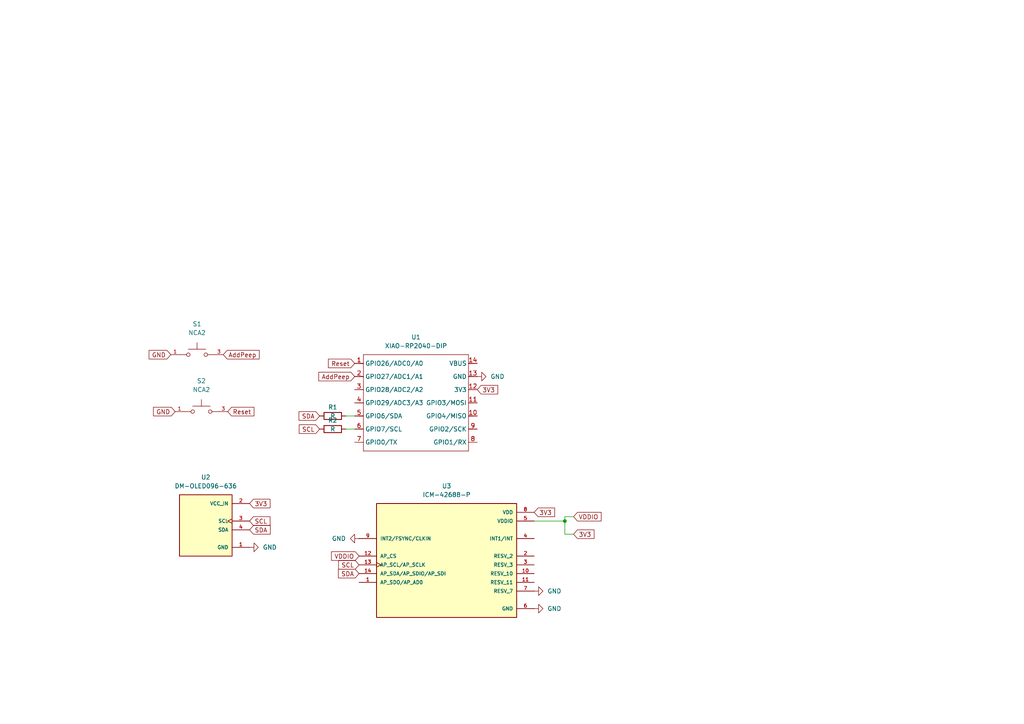
<source format=kicad_sch>
(kicad_sch (version 20250114) (generator "eeschema") (generator_version "9.0")
  (paper "A4")
  (lib_symbols
    (symbol "DM-OLED096-636:DM-OLED096-636" (pin_names (offset 1.016))
      (property "Reference" "U" (at -7.62 10.922 0))
      (property "Value" "DM-OLED096-636" (at -7.62 -10.16 0))
      (symbol "DM-OLED096-636_0_0"
        (rectangle (start -7.62 -7.62) (end 7.62 10.16) (stroke (width 0.254)) (fill (type background)))
        (pin power_in line (at 12.7 7.62 180) (length 5.08) (name "VCC_IN") (number "2"))
        (pin input clock (at 12.7 2.54 180) (length 5.08) (name "SCL") (number "3"))
        (pin bidirectional line (at 12.7 0 180) (length 5.08) (name "SDA") (number "4"))
        (pin power_in line (at 12.7 -5.08 180) (length 5.08) (name "GND") (number "1"))
      )
    )
    (symbol "Device:R" (pin_numbers (hide yes)) (pin_names (offset 0))
      (property "Reference" "R" (at 2.032 0 90))
      (property "Value" "R" (at 0 0 90))
      (symbol "R_0_1"
        (rectangle (start -1.016 -2.54) (end 1.016 2.54) (stroke (width 0.254)))
      )
      (symbol "R_1_1"
        (pin passive line (at 0 3.81 270) (length 1.27) (name "~") (number "1"))
        (pin passive line (at 0 -3.81 90) (length 1.27) (name "~") (number "2"))
      )
    )
    (symbol "ICM-42688-P:ICM-42688-P" (pin_names (offset 1.016))
      (property "Reference" "U" (at -20.32 16.002 0))
      (property "Value" "ICM-42688-P" (at -20.32 -20.32 0))
      (symbol "ICM-42688-P_0_0"
        (rectangle (start -20.32 -17.78) (end 20.32 15.24) (stroke (width 0.254)) (fill (type background)))
        (pin bidirectional line (at -25.4 5.08 0) (length 5.08) (name "INT2/FSYNC/CLKIN") (number "9"))
        (pin input line (at -25.4 0 0) (length 5.08) (name "AP_CS") (number "12"))
        (pin input clock (at -25.4 -2.54 0) (length 5.08) (name "AP_SCL/AP_SCLK") (number "13"))
        (pin bidirectional line (at -25.4 -5.08 0) (length 5.08) (name "AP_SDA/AP_SDIO/AP_SDI") (number "14"))
        (pin bidirectional line (at -25.4 -7.62 0) (length 5.08) (name "AP_SDO/AP_AD0") (number "1"))
        (pin power_in line (at 25.4 12.7 180) (length 5.08) (name "VDD") (number "8"))
        (pin power_in line (at 25.4 10.16 180) (length 5.08) (name "VDDIO") (number "5"))
        (pin output line (at 25.4 5.08 180) (length 5.08) (name "INT1/INT") (number "4"))
        (pin passive line (at 25.4 0 180) (length 5.08) (name "RESV_2") (number "2"))
        (pin passive line (at 25.4 -2.54 180) (length 5.08) (name "RESV_3") (number "3"))
        (pin passive line (at 25.4 -5.08 180) (length 5.08) (name "RESV_10") (number "10"))
        (pin passive line (at 25.4 -7.62 180) (length 5.08) (name "RESV_11") (number "11"))
        (pin passive line (at 25.4 -10.16 180) (length 5.08) (name "RESV_7") (number "7"))
        (pin power_in line (at 25.4 -15.24 180) (length 5.08) (name "GND") (number "6"))
      )
    )
    (symbol "NCA2:NCA2" (pin_names (offset 1.016))
      (property "Reference" "S" (at -5.08 3.81 0))
      (property "Value" "NCA2" (at -5.08 -3.81 0))
      (symbol "NCA2_0_0"
        (polyline (pts (xy -5.08 0) (xy -3.048 0)) (stroke (width 0.1524)))
        (polyline (pts (xy -2.54 1.5875) (xy 0 1.5875)) (stroke (width 0.1524)))
        (circle (center -2.54 0) (radius 0.508) (stroke (width 0.1524)))
        (polyline (pts (xy 0 1.5875) (xy 0 3.4925)) (stroke (width 0.1524)))
        (polyline (pts (xy 0 1.5875) (xy 2.54 1.5875)) (stroke (width 0.1524)))
        (circle (center 2.54 0) (radius 0.508) (stroke (width 0.1524)))
        (polyline (pts (xy 5.08 0) (xy 3.048 0)) (stroke (width 0.1524)))
        (pin passive line (at -7.62 0 0) (length 2.54) (name "~") (number "1"))
        (pin passive line (at 7.62 0 180) (length 2.54) (name "~") (number "3"))
      )
    )
    (symbol "Seeed_Studio_XIAO_Series:XIAO-RP2040-DIP"
      (property "Reference" "U" (at 0 0 0))
      (property "Value" "XIAO-RP2040-DIP" (at 5.334 -1.778 0))
      (symbol "XIAO-RP2040-DIP_1_0"
        (polyline (pts (xy -1.27 -2.54) (xy 29.21 -2.54)) (stroke (width 0.1524)))
        (polyline (pts (xy -1.27 -5.08) (xy -2.54 -5.08)) (stroke (width 0.1524)))
        (polyline (pts (xy -1.27 -5.08) (xy -1.27 -2.54)) (stroke (width 0.1524)))
        (polyline (pts (xy -1.27 -8.89) (xy -2.54 -8.89)) (stroke (width 0.1524)))
        (polyline (pts (xy -1.27 -8.89) (xy -1.27 -5.08)) (stroke (width 0.1524)))
        (polyline (pts (xy -1.27 -12.7) (xy -2.54 -12.7)) (stroke (width 0.1524)))
        (polyline (pts (xy -1.27 -12.7) (xy -1.27 -8.89)) (stroke (width 0.1524)))
        (polyline (pts (xy -1.27 -16.51) (xy -2.54 -16.51)) (stroke (width 0.1524)))
        (polyline (pts (xy -1.27 -16.51) (xy -1.27 -12.7)) (stroke (width 0.1524)))
        (polyline (pts (xy -1.27 -20.32) (xy -2.54 -20.32)) (stroke (width 0.1524)))
        (polyline (pts (xy -1.27 -24.13) (xy -2.54 -24.13)) (stroke (width 0.1524)))
        (polyline (pts (xy -1.27 -27.94) (xy -2.54 -27.94)) (stroke (width 0.1524)))
        (polyline (pts (xy -1.27 -30.48) (xy -1.27 -16.51)) (stroke (width 0.1524)))
        (polyline (pts (xy 29.21 -2.54) (xy 29.21 -5.08)) (stroke (width 0.1524)))
        (polyline (pts (xy 29.21 -5.08) (xy 29.21 -8.89)) (stroke (width 0.1524)))
        (polyline (pts (xy 29.21 -8.89) (xy 29.21 -12.7)) (stroke (width 0.1524)))
        (polyline (pts (xy 29.21 -12.7) (xy 29.21 -30.48)) (stroke (width 0.1524)))
        (polyline (pts (xy 29.21 -30.48) (xy -1.27 -30.48)) (stroke (width 0.1524)))
        (polyline (pts (xy 30.48 -5.08) (xy 29.21 -5.08)) (stroke (width 0.1524)))
        (polyline (pts (xy 30.48 -8.89) (xy 29.21 -8.89)) (stroke (width 0.1524)))
        (polyline (pts (xy 30.48 -12.7) (xy 29.21 -12.7)) (stroke (width 0.1524)))
        (polyline (pts (xy 30.48 -16.51) (xy 29.21 -16.51)) (stroke (width 0.1524)))
        (polyline (pts (xy 30.48 -20.32) (xy 29.21 -20.32)) (stroke (width 0.1524)))
        (polyline (pts (xy 30.48 -24.13) (xy 29.21 -24.13)) (stroke (width 0.1524)))
        (polyline (pts (xy 30.48 -27.94) (xy 29.21 -27.94)) (stroke (width 0.1524)))
        (pin passive line (at -3.81 -5.08 0) (length 2.54) (name "GPIO26/ADC0/A0") (number "1"))
        (pin passive line (at -3.81 -8.89 0) (length 2.54) (name "GPIO27/ADC1/A1") (number "2"))
        (pin passive line (at -3.81 -12.7 0) (length 2.54) (name "GPIO28/ADC2/A2") (number "3"))
        (pin passive line (at -3.81 -16.51 0) (length 2.54) (name "GPIO29/ADC3/A3") (number "4"))
        (pin passive line (at -3.81 -20.32 0) (length 2.54) (name "GPIO6/SDA") (number "5"))
        (pin passive line (at -3.81 -24.13 0) (length 2.54) (name "GPIO7/SCL") (number "6"))
        (pin passive line (at -3.81 -27.94 0) (length 2.54) (name "GPIO0/TX") (number "7"))
        (pin passive line (at 31.75 -5.08 180) (length 2.54) (name "VBUS") (number "14"))
        (pin passive line (at 31.75 -8.89 180) (length 2.54) (name "GND") (number "13"))
        (pin passive line (at 31.75 -12.7 180) (length 2.54) (name "3V3") (number "12"))
        (pin passive line (at 31.75 -16.51 180) (length 2.54) (name "GPIO3/MOSI") (number "11"))
        (pin passive line (at 31.75 -20.32 180) (length 2.54) (name "GPIO4/MISO") (number "10"))
        (pin passive line (at 31.75 -24.13 180) (length 2.54) (name "GPIO2/SCK") (number "9"))
        (pin passive line (at 31.75 -27.94 180) (length 2.54) (name "GPIO1/RX") (number "8"))
      )
    )
    (symbol "power:GND" (power) (pin_numbers (hide yes)) (pin_names (offset 0) (hide yes))
      (property "Value" "GND" (at 0 -3.81 0))
      (symbol "GND_0_1"
        (polyline (pts (xy 0 0) (xy 0 -1.27) (xy 1.27 -1.27) (xy 0 -2.54) (xy -1.27 -1.27) (xy 0 -1.27)))
      )
      (symbol "GND_1_1"
        (pin power_in line (at 0 0 270) (length 0) (name "~") (number "1"))
      )
    )
  )
  (junction (at 163.83 151.13))
  (wire (pts (xy 166.37 149.86) (xy 163.83 149.86)))
  (wire (pts (xy 166.37 154.94) (xy 163.83 154.94)))
  (wire (pts (xy 163.83 149.86) (xy 163.83 151.13)))
  (wire (pts (xy 163.83 151.13) (xy 154.94 151.13)))
  (wire (pts (xy 100.33 124.46) (xy 102.87 124.46)))
  (wire (pts (xy 100.33 120.65) (xy 102.87 120.65)))
  (wire (pts (xy 163.83 154.94) (xy 163.83 151.13)))
  (global_label "GND" (shape input) (at 50.8 119.38 180) (property "Intersheetrefs" "${INTERSHEET_REFS}" (effects (hide yes))))
  (global_label "Reset" (shape input) (at 66.04 119.38 0) (property "Intersheetrefs" "${INTERSHEET_REFS}" (effects (hide yes))))
  (global_label "3V3" (shape input) (at 138.43 113.03 0) (property "Intersheetrefs" "${INTERSHEET_REFS}" (effects (hide yes))))
  (global_label "3V3" (shape input) (at 166.37 154.94 0) (property "Intersheetrefs" "${INTERSHEET_REFS}" (effects (hide yes))))
  (global_label "3V3" (shape input) (at 154.94 148.59 0) (property "Intersheetrefs" "${INTERSHEET_REFS}" (effects (hide yes))))
  (global_label "SDA" (shape input) (at 92.71 120.65 180) (property "Intersheetrefs" "${INTERSHEET_REFS}" (effects (hide yes))))
  (global_label "Reset" (shape input) (at 102.87 105.41 180) (property "Intersheetrefs" "${INTERSHEET_REFS}" (effects (hide yes))))
  (global_label "SCL" (shape input) (at 104.14 163.83 180) (property "Intersheetrefs" "${INTERSHEET_REFS}" (effects (hide yes))))
  (global_label "AddPeep" (shape input) (at 102.87 109.22 180) (property "Intersheetrefs" "${INTERSHEET_REFS}" (effects (hide yes))))
  (global_label "SDA" (shape input) (at 72.39 153.67 0) (property "Intersheetrefs" "${INTERSHEET_REFS}" (effects (hide yes))))
  (global_label "SCL" (shape input) (at 92.71 124.46 180) (property "Intersheetrefs" "${INTERSHEET_REFS}" (effects (hide yes))))
  (global_label "VDDIO" (shape input) (at 166.37 149.86 0) (property "Intersheetrefs" "${INTERSHEET_REFS}" (effects (hide yes))))
  (global_label "VDDIO" (shape input) (at 104.14 161.29 180) (property "Intersheetrefs" "${INTERSHEET_REFS}" (effects (hide yes))))
  (global_label "SCL" (shape input) (at 72.39 151.13 0) (property "Intersheetrefs" "${INTERSHEET_REFS}" (effects (hide yes))))
  (global_label "SDA" (shape input) (at 104.14 166.37 180) (property "Intersheetrefs" "${INTERSHEET_REFS}" (effects (hide yes))))
  (global_label "3V3" (shape input) (at 72.39 146.05 0) (property "Intersheetrefs" "${INTERSHEET_REFS}" (effects (hide yes))))
  (global_label "GND" (shape input) (at 49.53 102.87 180) (property "Intersheetrefs" "${INTERSHEET_REFS}" (effects (hide yes))))
  (global_label "AddPeep" (shape input) (at 64.77 102.87 0) (property "Intersheetrefs" "${INTERSHEET_REFS}" (effects (hide yes))))
  (symbol (lib_id "ICM-42688-P:ICM-42688-P") (at 129.54 161.29 0) (unit 1)
    (property "Reference" "U3" (at 129.54 140.97 0))
    (property "Value" "ICM-42688-P" (at 129.54 143.51 0))
    (property "Footprint" "ICM-42688-P:PQFN50P300X250X97-14N" (effects (hide yes)))
    (property "MF" "TDK InvenSense" (effects (hide yes)))
    (property "MAXIMUM_PACKAGE_HEIGHT" "0.97mm" (effects (hide yes)))
    (property "Package" "LGA-14 TDK InvenSense" (effects (hide yes)))
    (property "Price" "None" (effects (hide yes)))
    (property "Check_prices" "https://www.snapeda.com/parts/ICM-42688-P/TDK/view-part/?ref=eda" (effects (hide yes)))
    (property "STANDARD" "IPC-7351B" (effects (hide yes)))
    (property "PARTREV" "1.2" (effects (hide yes)))
    (property "SnapEDA_Link" "https://www.snapeda.com/parts/ICM-42688-P/TDK/view-part/?ref=snap" (effects (hide yes)))
    (property "MP" "ICM-42688-P" (effects (hide yes)))
    (property "Description_1" "Accelerometer, Gyroscope, 6 Axis Sensor - Output" (effects (hide yes)))
    (property "Availability" "In Stock" (effects (hide yes)))
    (property "MANUFACTURER" "TDK InvenSense" (effects (hide yes)))
  )
  (symbol (lib_id "NCA2:NCA2") (at 57.15 102.87 0) (unit 1)
    (property "Reference" "S1" (at 57.15 93.98 0))
    (property "Value" "NCA2" (at 57.15 96.52 0))
    (property "Footprint" "NCA2:SW_NCA2" (effects (hide yes)))
    (property "MF" "CIT Relay and Switch" (effects (hide yes)))
    (property "MAXIMUM_PACKAGE_HEIGHT" "10.00mm" (effects (hide yes)))
    (property "Package" "None" (effects (hide yes)))
    (property "Price" "None" (effects (hide yes)))
    (property "Check_prices" "https://www.snapeda.com/parts/NCA2/CIT+Relay+%2526+Switch/view-part/?ref=eda" (effects (hide yes)))
    (property "STANDARD" "Manufacturer Recommendations" (effects (hide yes)))
    (property "PARTREV" "B" (effects (hide yes)))
    (property "SnapEDA_Link" "https://www.snapeda.com/parts/NCA2/CIT+Relay+%2526+Switch/view-part/?ref=snap" (effects (hide yes)))
    (property "MP" "NCA2" (effects (hide yes)))
    (property "Description_1" "Pushbutton Switch SPST-NO Standard Through Hole" (effects (hide yes)))
    (property "Availability" "In Stock" (effects (hide yes)))
    (property "MANUFACTURER" "CIT Relay and Switch" (effects (hide yes)))
  )
  (symbol (lib_id "power:GND") (at 104.14 156.21 270) (unit 1)
    (property "Reference" "#PWR04" (effects (hide yes)))
    (property "Value" "GND" (at 100.33 156.2099 90) (effects (justify right)))
    (property "Description" "Power symbol creates a global label with name \"GND\" , ground" (effects (hide yes)))
  )
  (symbol (lib_id "power:GND") (at 154.94 176.53 90) (unit 1)
    (property "Reference" "#PWR05" (effects (hide yes)))
    (property "Value" "GND" (at 158.75 176.5299 90) (effects (justify right)))
    (property "Description" "Power symbol creates a global label with name \"GND\" , ground" (effects (hide yes)))
  )
  (symbol (lib_id "NCA2:NCA2") (at 58.42 119.38 0) (unit 1)
    (property "Reference" "S2" (at 58.42 110.49 0))
    (property "Value" "NCA2" (at 58.42 113.03 0))
    (property "Footprint" "NCA2:SW_NCA2" (effects (hide yes)))
    (property "MF" "CIT Relay and Switch" (effects (hide yes)))
    (property "MAXIMUM_PACKAGE_HEIGHT" "10.00mm" (effects (hide yes)))
    (property "Package" "None" (effects (hide yes)))
    (property "Price" "None" (effects (hide yes)))
    (property "Check_prices" "https://www.snapeda.com/parts/NCA2/CIT+Relay+%2526+Switch/view-part/?ref=eda" (effects (hide yes)))
    (property "STANDARD" "Manufacturer Recommendations" (effects (hide yes)))
    (property "PARTREV" "B" (effects (hide yes)))
    (property "SnapEDA_Link" "https://www.snapeda.com/parts/NCA2/CIT+Relay+%2526+Switch/view-part/?ref=snap" (effects (hide yes)))
    (property "MP" "NCA2" (effects (hide yes)))
    (property "Description_1" "Pushbutton Switch SPST-NO Standard Through Hole" (effects (hide yes)))
    (property "Availability" "In Stock" (effects (hide yes)))
    (property "MANUFACTURER" "CIT Relay and Switch" (effects (hide yes)))
  )
  (symbol (lib_id "DM-OLED096-636:DM-OLED096-636") (at 59.69 153.67 0) (unit 1)
    (property "Reference" "U2" (at 59.69 138.43 0))
    (property "Value" "DM-OLED096-636" (at 59.69 140.97 0))
    (property "Footprint" "DM-OLED096-636:MODULE_DM-OLED096-636" (effects (hide yes)))
    (property "MF" "Display Module" (effects (hide yes)))
    (property "MAXIMUM_PACKAGE_HEIGHT" "11.3 mm" (effects (hide yes)))
    (property "Package" "Package" (effects (hide yes)))
    (property "Price" "None" (effects (hide yes)))
    (property "Check_prices" "https://www.snapeda.com/parts/DM-OLED096-636/Display+Module/view-part/?ref=eda" (effects (hide yes)))
    (property "STANDARD" "Manufacturer Recommendations" (effects (hide yes)))
    (property "PARTREV" "2018-09-10" (effects (hide yes)))
    (property "SnapEDA_Link" "https://www.snapeda.com/parts/DM-OLED096-636/Display+Module/view-part/?ref=snap" (effects (hide yes)))
    (property "MP" "DM-OLED096-636" (effects (hide yes)))
    (property "Description_1" "0.96” 128 X 64 MONOCHROME GRAPHIC OLED DISPLAY MODULE - I2C" (effects (hide yes)))
    (property "Availability" "Not in stock" (effects (hide yes)))
    (property "MANUFACTURER" "Displaymodule" (effects (hide yes)))
  )
  (symbol (lib_id "power:GND") (at 72.39 158.75 90) (unit 1)
    (property "Reference" "#PWR03" (effects (hide yes)))
    (property "Value" "GND" (at 76.2 158.7499 90) (effects (justify right)))
    (property "Description" "Power symbol creates a global label with name \"GND\" , ground" (effects (hide yes)))
  )
  (symbol (lib_id "Seeed_Studio_XIAO_Series:XIAO-RP2040-DIP") (at 106.68 100.33 0) (unit 1)
    (property "Reference" "U1" (at 120.65 97.79 0))
    (property "Value" "XIAO-RP2040-DIP" (at 120.65 100.33 0))
    (property "Footprint" "RF_Module:MCU_Seeed_ESP32C3" (effects (hide yes)))
  )
  (symbol (lib_id "Device:R") (at 96.52 120.65 270) (unit 1)
    (property "Reference" "R2" (at 96.52 121.92 90))
    (property "Value" "R" (at 96.52 124.46 90))
    (property "Footprint" "CF12JT4K70:XTAL_ZTA-2.44MG" (effects (hide yes)))
    (property "Description" "Resistor" (effects (hide yes)))
  )
  (symbol (lib_id "Device:R") (at 96.52 124.46 90) (unit 1)
    (property "Reference" "R1" (at 96.52 118.11 90))
    (property "Value" "R" (at 96.52 120.65 90))
    (property "Footprint" "CF12JT4K70:XTAL_ZTA-2.44MG" (effects (hide yes)))
    (property "Description" "Resistor" (effects (hide yes)))
  )
  (symbol (lib_id "power:GND") (at 154.94 171.45 90) (unit 1)
    (property "Reference" "#PWR06" (effects (hide yes)))
    (property "Value" "GND" (at 158.75 171.4499 90) (effects (justify right)))
    (property "Description" "Power symbol creates a global label with name \"GND\" , ground" (effects (hide yes)))
  )
  (symbol (lib_id "power:GND") (at 138.43 109.22 90) (unit 1)
    (property "Reference" "#PWR09" (effects (hide yes)))
    (property "Value" "GND" (at 142.24 109.2199 90) (effects (justify right)))
    (property "Description" "Power symbol creates a global label with name \"GND\" , ground" (effects (hide yes)))
  )
)
</source>
